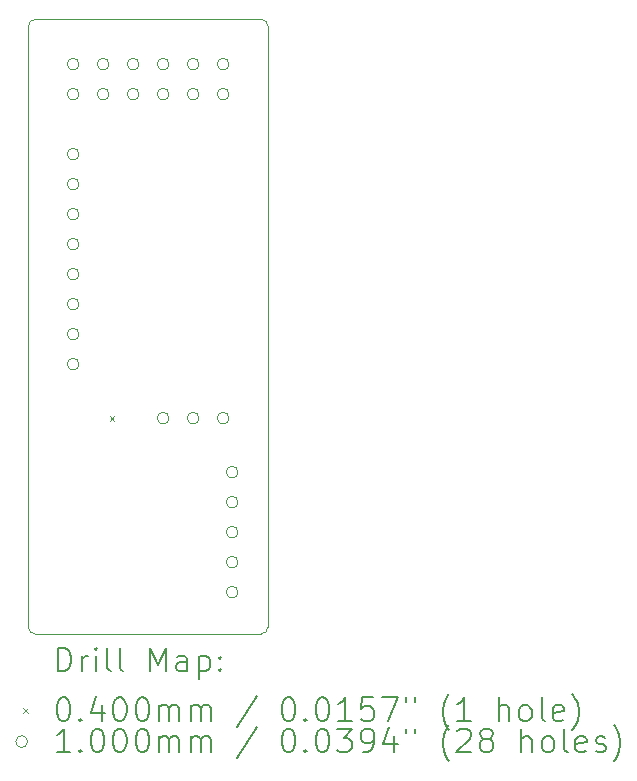
<source format=gbr>
%TF.GenerationSoftware,KiCad,Pcbnew,6.0.9-8da3e8f707~116~ubuntu20.04.1*%
%TF.CreationDate,2023-03-05T00:07:39+01:00*%
%TF.ProjectId,accl_magn_pmod,6163636c-5f6d-4616-976e-5f706d6f642e,rev?*%
%TF.SameCoordinates,Original*%
%TF.FileFunction,Drillmap*%
%TF.FilePolarity,Positive*%
%FSLAX45Y45*%
G04 Gerber Fmt 4.5, Leading zero omitted, Abs format (unit mm)*
G04 Created by KiCad (PCBNEW 6.0.9-8da3e8f707~116~ubuntu20.04.1) date 2023-03-05 00:07:39*
%MOMM*%
%LPD*%
G01*
G04 APERTURE LIST*
%ADD10C,0.100000*%
%ADD11C,0.200000*%
%ADD12C,0.040000*%
G04 APERTURE END LIST*
D10*
X11493500Y-10795000D02*
X13398500Y-10795000D01*
X11430000Y-10731500D02*
X11430000Y-5651500D01*
X13462000Y-5651500D02*
X13462000Y-10731500D01*
X13398500Y-5588000D02*
X11493500Y-5588000D01*
X13398500Y-10795000D02*
G75*
G03*
X13462000Y-10731500I0J63500D01*
G01*
X11430000Y-10731500D02*
G75*
G03*
X11493500Y-10795000I63500J0D01*
G01*
X13462000Y-5651500D02*
G75*
G03*
X13398500Y-5588000I-63500J0D01*
G01*
X11493500Y-5588000D02*
G75*
G03*
X11430000Y-5651500I0J-63500D01*
G01*
D11*
D12*
X12119390Y-8946200D02*
X12159390Y-8986200D01*
X12159390Y-8946200D02*
X12119390Y-8986200D01*
D10*
X11861000Y-5969000D02*
G75*
G03*
X11861000Y-5969000I-50000J0D01*
G01*
X11861000Y-6223000D02*
G75*
G03*
X11861000Y-6223000I-50000J0D01*
G01*
X11861000Y-6731000D02*
G75*
G03*
X11861000Y-6731000I-50000J0D01*
G01*
X11861000Y-6985000D02*
G75*
G03*
X11861000Y-6985000I-50000J0D01*
G01*
X11861000Y-7239000D02*
G75*
G03*
X11861000Y-7239000I-50000J0D01*
G01*
X11861000Y-7493000D02*
G75*
G03*
X11861000Y-7493000I-50000J0D01*
G01*
X11861000Y-7747000D02*
G75*
G03*
X11861000Y-7747000I-50000J0D01*
G01*
X11861000Y-8001000D02*
G75*
G03*
X11861000Y-8001000I-50000J0D01*
G01*
X11861000Y-8255000D02*
G75*
G03*
X11861000Y-8255000I-50000J0D01*
G01*
X11861000Y-8509000D02*
G75*
G03*
X11861000Y-8509000I-50000J0D01*
G01*
X12115000Y-5969000D02*
G75*
G03*
X12115000Y-5969000I-50000J0D01*
G01*
X12115000Y-6223000D02*
G75*
G03*
X12115000Y-6223000I-50000J0D01*
G01*
X12369000Y-5969000D02*
G75*
G03*
X12369000Y-5969000I-50000J0D01*
G01*
X12369000Y-6223000D02*
G75*
G03*
X12369000Y-6223000I-50000J0D01*
G01*
X12623000Y-5969000D02*
G75*
G03*
X12623000Y-5969000I-50000J0D01*
G01*
X12623000Y-6223000D02*
G75*
G03*
X12623000Y-6223000I-50000J0D01*
G01*
X12623000Y-8966200D02*
G75*
G03*
X12623000Y-8966200I-50000J0D01*
G01*
X12877000Y-5969000D02*
G75*
G03*
X12877000Y-5969000I-50000J0D01*
G01*
X12877000Y-6223000D02*
G75*
G03*
X12877000Y-6223000I-50000J0D01*
G01*
X12877000Y-8966200D02*
G75*
G03*
X12877000Y-8966200I-50000J0D01*
G01*
X13131000Y-5969000D02*
G75*
G03*
X13131000Y-5969000I-50000J0D01*
G01*
X13131000Y-6223000D02*
G75*
G03*
X13131000Y-6223000I-50000J0D01*
G01*
X13131000Y-8966200D02*
G75*
G03*
X13131000Y-8966200I-50000J0D01*
G01*
X13207200Y-9423400D02*
G75*
G03*
X13207200Y-9423400I-50000J0D01*
G01*
X13207200Y-9677400D02*
G75*
G03*
X13207200Y-9677400I-50000J0D01*
G01*
X13207200Y-9931400D02*
G75*
G03*
X13207200Y-9931400I-50000J0D01*
G01*
X13207200Y-10185400D02*
G75*
G03*
X13207200Y-10185400I-50000J0D01*
G01*
X13207200Y-10439400D02*
G75*
G03*
X13207200Y-10439400I-50000J0D01*
G01*
D11*
X11682619Y-11110476D02*
X11682619Y-10910476D01*
X11730238Y-10910476D01*
X11758809Y-10920000D01*
X11777857Y-10939048D01*
X11787381Y-10958095D01*
X11796905Y-10996190D01*
X11796905Y-11024762D01*
X11787381Y-11062857D01*
X11777857Y-11081905D01*
X11758809Y-11100952D01*
X11730238Y-11110476D01*
X11682619Y-11110476D01*
X11882619Y-11110476D02*
X11882619Y-10977143D01*
X11882619Y-11015238D02*
X11892143Y-10996190D01*
X11901667Y-10986667D01*
X11920714Y-10977143D01*
X11939762Y-10977143D01*
X12006428Y-11110476D02*
X12006428Y-10977143D01*
X12006428Y-10910476D02*
X11996905Y-10920000D01*
X12006428Y-10929524D01*
X12015952Y-10920000D01*
X12006428Y-10910476D01*
X12006428Y-10929524D01*
X12130238Y-11110476D02*
X12111190Y-11100952D01*
X12101667Y-11081905D01*
X12101667Y-10910476D01*
X12235000Y-11110476D02*
X12215952Y-11100952D01*
X12206428Y-11081905D01*
X12206428Y-10910476D01*
X12463571Y-11110476D02*
X12463571Y-10910476D01*
X12530238Y-11053333D01*
X12596905Y-10910476D01*
X12596905Y-11110476D01*
X12777857Y-11110476D02*
X12777857Y-11005714D01*
X12768333Y-10986667D01*
X12749286Y-10977143D01*
X12711190Y-10977143D01*
X12692143Y-10986667D01*
X12777857Y-11100952D02*
X12758809Y-11110476D01*
X12711190Y-11110476D01*
X12692143Y-11100952D01*
X12682619Y-11081905D01*
X12682619Y-11062857D01*
X12692143Y-11043810D01*
X12711190Y-11034286D01*
X12758809Y-11034286D01*
X12777857Y-11024762D01*
X12873095Y-10977143D02*
X12873095Y-11177143D01*
X12873095Y-10986667D02*
X12892143Y-10977143D01*
X12930238Y-10977143D01*
X12949286Y-10986667D01*
X12958809Y-10996190D01*
X12968333Y-11015238D01*
X12968333Y-11072381D01*
X12958809Y-11091429D01*
X12949286Y-11100952D01*
X12930238Y-11110476D01*
X12892143Y-11110476D01*
X12873095Y-11100952D01*
X13054048Y-11091429D02*
X13063571Y-11100952D01*
X13054048Y-11110476D01*
X13044524Y-11100952D01*
X13054048Y-11091429D01*
X13054048Y-11110476D01*
X13054048Y-10986667D02*
X13063571Y-10996190D01*
X13054048Y-11005714D01*
X13044524Y-10996190D01*
X13054048Y-10986667D01*
X13054048Y-11005714D01*
D12*
X11385000Y-11420000D02*
X11425000Y-11460000D01*
X11425000Y-11420000D02*
X11385000Y-11460000D01*
D11*
X11720714Y-11330476D02*
X11739762Y-11330476D01*
X11758809Y-11340000D01*
X11768333Y-11349524D01*
X11777857Y-11368571D01*
X11787381Y-11406667D01*
X11787381Y-11454286D01*
X11777857Y-11492381D01*
X11768333Y-11511428D01*
X11758809Y-11520952D01*
X11739762Y-11530476D01*
X11720714Y-11530476D01*
X11701667Y-11520952D01*
X11692143Y-11511428D01*
X11682619Y-11492381D01*
X11673095Y-11454286D01*
X11673095Y-11406667D01*
X11682619Y-11368571D01*
X11692143Y-11349524D01*
X11701667Y-11340000D01*
X11720714Y-11330476D01*
X11873095Y-11511428D02*
X11882619Y-11520952D01*
X11873095Y-11530476D01*
X11863571Y-11520952D01*
X11873095Y-11511428D01*
X11873095Y-11530476D01*
X12054048Y-11397143D02*
X12054048Y-11530476D01*
X12006428Y-11320952D02*
X11958809Y-11463809D01*
X12082619Y-11463809D01*
X12196905Y-11330476D02*
X12215952Y-11330476D01*
X12235000Y-11340000D01*
X12244524Y-11349524D01*
X12254048Y-11368571D01*
X12263571Y-11406667D01*
X12263571Y-11454286D01*
X12254048Y-11492381D01*
X12244524Y-11511428D01*
X12235000Y-11520952D01*
X12215952Y-11530476D01*
X12196905Y-11530476D01*
X12177857Y-11520952D01*
X12168333Y-11511428D01*
X12158809Y-11492381D01*
X12149286Y-11454286D01*
X12149286Y-11406667D01*
X12158809Y-11368571D01*
X12168333Y-11349524D01*
X12177857Y-11340000D01*
X12196905Y-11330476D01*
X12387381Y-11330476D02*
X12406428Y-11330476D01*
X12425476Y-11340000D01*
X12435000Y-11349524D01*
X12444524Y-11368571D01*
X12454048Y-11406667D01*
X12454048Y-11454286D01*
X12444524Y-11492381D01*
X12435000Y-11511428D01*
X12425476Y-11520952D01*
X12406428Y-11530476D01*
X12387381Y-11530476D01*
X12368333Y-11520952D01*
X12358809Y-11511428D01*
X12349286Y-11492381D01*
X12339762Y-11454286D01*
X12339762Y-11406667D01*
X12349286Y-11368571D01*
X12358809Y-11349524D01*
X12368333Y-11340000D01*
X12387381Y-11330476D01*
X12539762Y-11530476D02*
X12539762Y-11397143D01*
X12539762Y-11416190D02*
X12549286Y-11406667D01*
X12568333Y-11397143D01*
X12596905Y-11397143D01*
X12615952Y-11406667D01*
X12625476Y-11425714D01*
X12625476Y-11530476D01*
X12625476Y-11425714D02*
X12635000Y-11406667D01*
X12654048Y-11397143D01*
X12682619Y-11397143D01*
X12701667Y-11406667D01*
X12711190Y-11425714D01*
X12711190Y-11530476D01*
X12806428Y-11530476D02*
X12806428Y-11397143D01*
X12806428Y-11416190D02*
X12815952Y-11406667D01*
X12835000Y-11397143D01*
X12863571Y-11397143D01*
X12882619Y-11406667D01*
X12892143Y-11425714D01*
X12892143Y-11530476D01*
X12892143Y-11425714D02*
X12901667Y-11406667D01*
X12920714Y-11397143D01*
X12949286Y-11397143D01*
X12968333Y-11406667D01*
X12977857Y-11425714D01*
X12977857Y-11530476D01*
X13368333Y-11320952D02*
X13196905Y-11578095D01*
X13625476Y-11330476D02*
X13644524Y-11330476D01*
X13663571Y-11340000D01*
X13673095Y-11349524D01*
X13682619Y-11368571D01*
X13692143Y-11406667D01*
X13692143Y-11454286D01*
X13682619Y-11492381D01*
X13673095Y-11511428D01*
X13663571Y-11520952D01*
X13644524Y-11530476D01*
X13625476Y-11530476D01*
X13606428Y-11520952D01*
X13596905Y-11511428D01*
X13587381Y-11492381D01*
X13577857Y-11454286D01*
X13577857Y-11406667D01*
X13587381Y-11368571D01*
X13596905Y-11349524D01*
X13606428Y-11340000D01*
X13625476Y-11330476D01*
X13777857Y-11511428D02*
X13787381Y-11520952D01*
X13777857Y-11530476D01*
X13768333Y-11520952D01*
X13777857Y-11511428D01*
X13777857Y-11530476D01*
X13911190Y-11330476D02*
X13930238Y-11330476D01*
X13949286Y-11340000D01*
X13958809Y-11349524D01*
X13968333Y-11368571D01*
X13977857Y-11406667D01*
X13977857Y-11454286D01*
X13968333Y-11492381D01*
X13958809Y-11511428D01*
X13949286Y-11520952D01*
X13930238Y-11530476D01*
X13911190Y-11530476D01*
X13892143Y-11520952D01*
X13882619Y-11511428D01*
X13873095Y-11492381D01*
X13863571Y-11454286D01*
X13863571Y-11406667D01*
X13873095Y-11368571D01*
X13882619Y-11349524D01*
X13892143Y-11340000D01*
X13911190Y-11330476D01*
X14168333Y-11530476D02*
X14054048Y-11530476D01*
X14111190Y-11530476D02*
X14111190Y-11330476D01*
X14092143Y-11359048D01*
X14073095Y-11378095D01*
X14054048Y-11387619D01*
X14349286Y-11330476D02*
X14254048Y-11330476D01*
X14244524Y-11425714D01*
X14254048Y-11416190D01*
X14273095Y-11406667D01*
X14320714Y-11406667D01*
X14339762Y-11416190D01*
X14349286Y-11425714D01*
X14358809Y-11444762D01*
X14358809Y-11492381D01*
X14349286Y-11511428D01*
X14339762Y-11520952D01*
X14320714Y-11530476D01*
X14273095Y-11530476D01*
X14254048Y-11520952D01*
X14244524Y-11511428D01*
X14425476Y-11330476D02*
X14558809Y-11330476D01*
X14473095Y-11530476D01*
X14625476Y-11330476D02*
X14625476Y-11368571D01*
X14701667Y-11330476D02*
X14701667Y-11368571D01*
X14996905Y-11606667D02*
X14987381Y-11597143D01*
X14968333Y-11568571D01*
X14958809Y-11549524D01*
X14949286Y-11520952D01*
X14939762Y-11473333D01*
X14939762Y-11435238D01*
X14949286Y-11387619D01*
X14958809Y-11359048D01*
X14968333Y-11340000D01*
X14987381Y-11311428D01*
X14996905Y-11301905D01*
X15177857Y-11530476D02*
X15063571Y-11530476D01*
X15120714Y-11530476D02*
X15120714Y-11330476D01*
X15101667Y-11359048D01*
X15082619Y-11378095D01*
X15063571Y-11387619D01*
X15415952Y-11530476D02*
X15415952Y-11330476D01*
X15501667Y-11530476D02*
X15501667Y-11425714D01*
X15492143Y-11406667D01*
X15473095Y-11397143D01*
X15444524Y-11397143D01*
X15425476Y-11406667D01*
X15415952Y-11416190D01*
X15625476Y-11530476D02*
X15606428Y-11520952D01*
X15596905Y-11511428D01*
X15587381Y-11492381D01*
X15587381Y-11435238D01*
X15596905Y-11416190D01*
X15606428Y-11406667D01*
X15625476Y-11397143D01*
X15654048Y-11397143D01*
X15673095Y-11406667D01*
X15682619Y-11416190D01*
X15692143Y-11435238D01*
X15692143Y-11492381D01*
X15682619Y-11511428D01*
X15673095Y-11520952D01*
X15654048Y-11530476D01*
X15625476Y-11530476D01*
X15806428Y-11530476D02*
X15787381Y-11520952D01*
X15777857Y-11501905D01*
X15777857Y-11330476D01*
X15958809Y-11520952D02*
X15939762Y-11530476D01*
X15901667Y-11530476D01*
X15882619Y-11520952D01*
X15873095Y-11501905D01*
X15873095Y-11425714D01*
X15882619Y-11406667D01*
X15901667Y-11397143D01*
X15939762Y-11397143D01*
X15958809Y-11406667D01*
X15968333Y-11425714D01*
X15968333Y-11444762D01*
X15873095Y-11463809D01*
X16035000Y-11606667D02*
X16044524Y-11597143D01*
X16063571Y-11568571D01*
X16073095Y-11549524D01*
X16082619Y-11520952D01*
X16092143Y-11473333D01*
X16092143Y-11435238D01*
X16082619Y-11387619D01*
X16073095Y-11359048D01*
X16063571Y-11340000D01*
X16044524Y-11311428D01*
X16035000Y-11301905D01*
D10*
X11425000Y-11704000D02*
G75*
G03*
X11425000Y-11704000I-50000J0D01*
G01*
D11*
X11787381Y-11794476D02*
X11673095Y-11794476D01*
X11730238Y-11794476D02*
X11730238Y-11594476D01*
X11711190Y-11623048D01*
X11692143Y-11642095D01*
X11673095Y-11651619D01*
X11873095Y-11775428D02*
X11882619Y-11784952D01*
X11873095Y-11794476D01*
X11863571Y-11784952D01*
X11873095Y-11775428D01*
X11873095Y-11794476D01*
X12006428Y-11594476D02*
X12025476Y-11594476D01*
X12044524Y-11604000D01*
X12054048Y-11613524D01*
X12063571Y-11632571D01*
X12073095Y-11670667D01*
X12073095Y-11718286D01*
X12063571Y-11756381D01*
X12054048Y-11775428D01*
X12044524Y-11784952D01*
X12025476Y-11794476D01*
X12006428Y-11794476D01*
X11987381Y-11784952D01*
X11977857Y-11775428D01*
X11968333Y-11756381D01*
X11958809Y-11718286D01*
X11958809Y-11670667D01*
X11968333Y-11632571D01*
X11977857Y-11613524D01*
X11987381Y-11604000D01*
X12006428Y-11594476D01*
X12196905Y-11594476D02*
X12215952Y-11594476D01*
X12235000Y-11604000D01*
X12244524Y-11613524D01*
X12254048Y-11632571D01*
X12263571Y-11670667D01*
X12263571Y-11718286D01*
X12254048Y-11756381D01*
X12244524Y-11775428D01*
X12235000Y-11784952D01*
X12215952Y-11794476D01*
X12196905Y-11794476D01*
X12177857Y-11784952D01*
X12168333Y-11775428D01*
X12158809Y-11756381D01*
X12149286Y-11718286D01*
X12149286Y-11670667D01*
X12158809Y-11632571D01*
X12168333Y-11613524D01*
X12177857Y-11604000D01*
X12196905Y-11594476D01*
X12387381Y-11594476D02*
X12406428Y-11594476D01*
X12425476Y-11604000D01*
X12435000Y-11613524D01*
X12444524Y-11632571D01*
X12454048Y-11670667D01*
X12454048Y-11718286D01*
X12444524Y-11756381D01*
X12435000Y-11775428D01*
X12425476Y-11784952D01*
X12406428Y-11794476D01*
X12387381Y-11794476D01*
X12368333Y-11784952D01*
X12358809Y-11775428D01*
X12349286Y-11756381D01*
X12339762Y-11718286D01*
X12339762Y-11670667D01*
X12349286Y-11632571D01*
X12358809Y-11613524D01*
X12368333Y-11604000D01*
X12387381Y-11594476D01*
X12539762Y-11794476D02*
X12539762Y-11661143D01*
X12539762Y-11680190D02*
X12549286Y-11670667D01*
X12568333Y-11661143D01*
X12596905Y-11661143D01*
X12615952Y-11670667D01*
X12625476Y-11689714D01*
X12625476Y-11794476D01*
X12625476Y-11689714D02*
X12635000Y-11670667D01*
X12654048Y-11661143D01*
X12682619Y-11661143D01*
X12701667Y-11670667D01*
X12711190Y-11689714D01*
X12711190Y-11794476D01*
X12806428Y-11794476D02*
X12806428Y-11661143D01*
X12806428Y-11680190D02*
X12815952Y-11670667D01*
X12835000Y-11661143D01*
X12863571Y-11661143D01*
X12882619Y-11670667D01*
X12892143Y-11689714D01*
X12892143Y-11794476D01*
X12892143Y-11689714D02*
X12901667Y-11670667D01*
X12920714Y-11661143D01*
X12949286Y-11661143D01*
X12968333Y-11670667D01*
X12977857Y-11689714D01*
X12977857Y-11794476D01*
X13368333Y-11584952D02*
X13196905Y-11842095D01*
X13625476Y-11594476D02*
X13644524Y-11594476D01*
X13663571Y-11604000D01*
X13673095Y-11613524D01*
X13682619Y-11632571D01*
X13692143Y-11670667D01*
X13692143Y-11718286D01*
X13682619Y-11756381D01*
X13673095Y-11775428D01*
X13663571Y-11784952D01*
X13644524Y-11794476D01*
X13625476Y-11794476D01*
X13606428Y-11784952D01*
X13596905Y-11775428D01*
X13587381Y-11756381D01*
X13577857Y-11718286D01*
X13577857Y-11670667D01*
X13587381Y-11632571D01*
X13596905Y-11613524D01*
X13606428Y-11604000D01*
X13625476Y-11594476D01*
X13777857Y-11775428D02*
X13787381Y-11784952D01*
X13777857Y-11794476D01*
X13768333Y-11784952D01*
X13777857Y-11775428D01*
X13777857Y-11794476D01*
X13911190Y-11594476D02*
X13930238Y-11594476D01*
X13949286Y-11604000D01*
X13958809Y-11613524D01*
X13968333Y-11632571D01*
X13977857Y-11670667D01*
X13977857Y-11718286D01*
X13968333Y-11756381D01*
X13958809Y-11775428D01*
X13949286Y-11784952D01*
X13930238Y-11794476D01*
X13911190Y-11794476D01*
X13892143Y-11784952D01*
X13882619Y-11775428D01*
X13873095Y-11756381D01*
X13863571Y-11718286D01*
X13863571Y-11670667D01*
X13873095Y-11632571D01*
X13882619Y-11613524D01*
X13892143Y-11604000D01*
X13911190Y-11594476D01*
X14044524Y-11594476D02*
X14168333Y-11594476D01*
X14101667Y-11670667D01*
X14130238Y-11670667D01*
X14149286Y-11680190D01*
X14158809Y-11689714D01*
X14168333Y-11708762D01*
X14168333Y-11756381D01*
X14158809Y-11775428D01*
X14149286Y-11784952D01*
X14130238Y-11794476D01*
X14073095Y-11794476D01*
X14054048Y-11784952D01*
X14044524Y-11775428D01*
X14263571Y-11794476D02*
X14301667Y-11794476D01*
X14320714Y-11784952D01*
X14330238Y-11775428D01*
X14349286Y-11746857D01*
X14358809Y-11708762D01*
X14358809Y-11632571D01*
X14349286Y-11613524D01*
X14339762Y-11604000D01*
X14320714Y-11594476D01*
X14282619Y-11594476D01*
X14263571Y-11604000D01*
X14254048Y-11613524D01*
X14244524Y-11632571D01*
X14244524Y-11680190D01*
X14254048Y-11699238D01*
X14263571Y-11708762D01*
X14282619Y-11718286D01*
X14320714Y-11718286D01*
X14339762Y-11708762D01*
X14349286Y-11699238D01*
X14358809Y-11680190D01*
X14530238Y-11661143D02*
X14530238Y-11794476D01*
X14482619Y-11584952D02*
X14435000Y-11727809D01*
X14558809Y-11727809D01*
X14625476Y-11594476D02*
X14625476Y-11632571D01*
X14701667Y-11594476D02*
X14701667Y-11632571D01*
X14996905Y-11870667D02*
X14987381Y-11861143D01*
X14968333Y-11832571D01*
X14958809Y-11813524D01*
X14949286Y-11784952D01*
X14939762Y-11737333D01*
X14939762Y-11699238D01*
X14949286Y-11651619D01*
X14958809Y-11623048D01*
X14968333Y-11604000D01*
X14987381Y-11575428D01*
X14996905Y-11565905D01*
X15063571Y-11613524D02*
X15073095Y-11604000D01*
X15092143Y-11594476D01*
X15139762Y-11594476D01*
X15158809Y-11604000D01*
X15168333Y-11613524D01*
X15177857Y-11632571D01*
X15177857Y-11651619D01*
X15168333Y-11680190D01*
X15054048Y-11794476D01*
X15177857Y-11794476D01*
X15292143Y-11680190D02*
X15273095Y-11670667D01*
X15263571Y-11661143D01*
X15254048Y-11642095D01*
X15254048Y-11632571D01*
X15263571Y-11613524D01*
X15273095Y-11604000D01*
X15292143Y-11594476D01*
X15330238Y-11594476D01*
X15349286Y-11604000D01*
X15358809Y-11613524D01*
X15368333Y-11632571D01*
X15368333Y-11642095D01*
X15358809Y-11661143D01*
X15349286Y-11670667D01*
X15330238Y-11680190D01*
X15292143Y-11680190D01*
X15273095Y-11689714D01*
X15263571Y-11699238D01*
X15254048Y-11718286D01*
X15254048Y-11756381D01*
X15263571Y-11775428D01*
X15273095Y-11784952D01*
X15292143Y-11794476D01*
X15330238Y-11794476D01*
X15349286Y-11784952D01*
X15358809Y-11775428D01*
X15368333Y-11756381D01*
X15368333Y-11718286D01*
X15358809Y-11699238D01*
X15349286Y-11689714D01*
X15330238Y-11680190D01*
X15606428Y-11794476D02*
X15606428Y-11594476D01*
X15692143Y-11794476D02*
X15692143Y-11689714D01*
X15682619Y-11670667D01*
X15663571Y-11661143D01*
X15635000Y-11661143D01*
X15615952Y-11670667D01*
X15606428Y-11680190D01*
X15815952Y-11794476D02*
X15796905Y-11784952D01*
X15787381Y-11775428D01*
X15777857Y-11756381D01*
X15777857Y-11699238D01*
X15787381Y-11680190D01*
X15796905Y-11670667D01*
X15815952Y-11661143D01*
X15844524Y-11661143D01*
X15863571Y-11670667D01*
X15873095Y-11680190D01*
X15882619Y-11699238D01*
X15882619Y-11756381D01*
X15873095Y-11775428D01*
X15863571Y-11784952D01*
X15844524Y-11794476D01*
X15815952Y-11794476D01*
X15996905Y-11794476D02*
X15977857Y-11784952D01*
X15968333Y-11765905D01*
X15968333Y-11594476D01*
X16149286Y-11784952D02*
X16130238Y-11794476D01*
X16092143Y-11794476D01*
X16073095Y-11784952D01*
X16063571Y-11765905D01*
X16063571Y-11689714D01*
X16073095Y-11670667D01*
X16092143Y-11661143D01*
X16130238Y-11661143D01*
X16149286Y-11670667D01*
X16158809Y-11689714D01*
X16158809Y-11708762D01*
X16063571Y-11727809D01*
X16235000Y-11784952D02*
X16254048Y-11794476D01*
X16292143Y-11794476D01*
X16311190Y-11784952D01*
X16320714Y-11765905D01*
X16320714Y-11756381D01*
X16311190Y-11737333D01*
X16292143Y-11727809D01*
X16263571Y-11727809D01*
X16244524Y-11718286D01*
X16235000Y-11699238D01*
X16235000Y-11689714D01*
X16244524Y-11670667D01*
X16263571Y-11661143D01*
X16292143Y-11661143D01*
X16311190Y-11670667D01*
X16387381Y-11870667D02*
X16396905Y-11861143D01*
X16415952Y-11832571D01*
X16425476Y-11813524D01*
X16435000Y-11784952D01*
X16444524Y-11737333D01*
X16444524Y-11699238D01*
X16435000Y-11651619D01*
X16425476Y-11623048D01*
X16415952Y-11604000D01*
X16396905Y-11575428D01*
X16387381Y-11565905D01*
M02*

</source>
